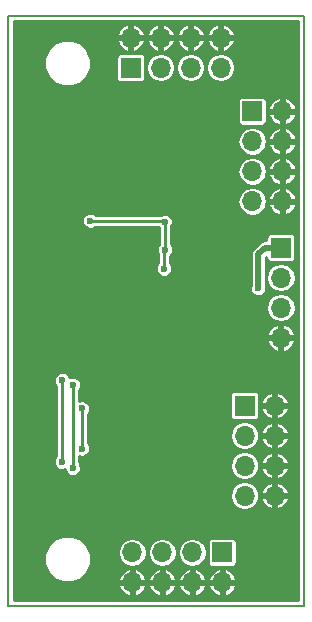
<source format=gbl>
G04 #@! TF.FileFunction,Copper,L2,Bot,Signal*
%FSLAX46Y46*%
G04 Gerber Fmt 4.6, Leading zero omitted, Abs format (unit mm)*
G04 Created by KiCad (PCBNEW 4.0.2-stable) date 6/1/2017 8:35:31 PM*
%MOMM*%
G01*
G04 APERTURE LIST*
%ADD10C,0.100000*%
%ADD11C,0.150000*%
%ADD12R,1.700000X1.700000*%
%ADD13O,1.700000X1.700000*%
%ADD14C,0.600000*%
%ADD15C,0.250000*%
%ADD16C,0.500000*%
G04 APERTURE END LIST*
D10*
D11*
X125000000Y-100000000D02*
X100000000Y-100000000D01*
X125000000Y-150000000D02*
X125000000Y-100000000D01*
X100000000Y-150000000D02*
X125000000Y-150000000D01*
X100000000Y-100000000D02*
X100000000Y-150000000D01*
D12*
X110363000Y-104394000D03*
D13*
X110363000Y-101854000D03*
X112903000Y-104394000D03*
X112903000Y-101854000D03*
X115443000Y-104394000D03*
X115443000Y-101854000D03*
X117983000Y-104394000D03*
X117983000Y-101854000D03*
D12*
X120650000Y-108077000D03*
D13*
X123190000Y-108077000D03*
X120650000Y-110617000D03*
X123190000Y-110617000D03*
X120650000Y-113157000D03*
X123190000Y-113157000D03*
X120650000Y-115697000D03*
X123190000Y-115697000D03*
D12*
X120000000Y-133000000D03*
D13*
X122540000Y-133000000D03*
X120000000Y-135540000D03*
X122540000Y-135540000D03*
X120000000Y-138080000D03*
X122540000Y-138080000D03*
X120000000Y-140620000D03*
X122540000Y-140620000D03*
D12*
X118110000Y-145440400D03*
D13*
X118110000Y-147980400D03*
X115570000Y-145440400D03*
X115570000Y-147980400D03*
X113030000Y-145440400D03*
X113030000Y-147980400D03*
X110490000Y-145440400D03*
X110490000Y-147980400D03*
D12*
X123082000Y-119634000D03*
D13*
X123082000Y-122174000D03*
X123082000Y-124714000D03*
X123082000Y-127254000D03*
D14*
X113260148Y-119827780D03*
X113182400Y-121412000D03*
X113233200Y-117449600D03*
X106934000Y-117348000D03*
X121158000Y-123088400D03*
X113131600Y-122529600D03*
X105765600Y-128059400D03*
X117348000Y-120548400D03*
X117230400Y-117449600D03*
X101498400Y-138226800D03*
X102412800Y-110490000D03*
X118364000Y-123850400D03*
X107199900Y-120243600D03*
X106222800Y-136652000D03*
X106222800Y-133248400D03*
X105460800Y-138277600D03*
X105460800Y-131242400D03*
X104546400Y-137769600D03*
X104546400Y-130860800D03*
D15*
X113233200Y-119800832D02*
X113260148Y-119827780D01*
X113233200Y-117449600D02*
X113233200Y-119800832D01*
X113182400Y-121412000D02*
X113182400Y-119905528D01*
X113182400Y-119905528D02*
X113260148Y-119827780D01*
X113131600Y-117348000D02*
X113233200Y-117449600D01*
X107358264Y-117348000D02*
X113131600Y-117348000D01*
X106934000Y-117348000D02*
X107358264Y-117348000D01*
D16*
X121158000Y-123088400D02*
X121158000Y-120208000D01*
X121158000Y-120208000D02*
X121732000Y-119634000D01*
X121732000Y-119634000D02*
X123082000Y-119634000D01*
D15*
X106222800Y-133248400D02*
X106222800Y-136652000D01*
X105460800Y-131242400D02*
X105460800Y-131666664D01*
X105460800Y-131666664D02*
X105460800Y-138277600D01*
X104546400Y-131285064D02*
X104546400Y-137769600D01*
X104546400Y-130860800D02*
X104546400Y-131285064D01*
G36*
X124550000Y-149481000D02*
X100455000Y-149481000D01*
X100455000Y-148294495D01*
X109305941Y-148294495D01*
X109516271Y-148723706D01*
X109874843Y-149039755D01*
X110175907Y-149164449D01*
X110365000Y-149104723D01*
X110365000Y-148105400D01*
X110615000Y-148105400D01*
X110615000Y-149104723D01*
X110804093Y-149164449D01*
X111105157Y-149039755D01*
X111463729Y-148723706D01*
X111674059Y-148294495D01*
X111845941Y-148294495D01*
X112056271Y-148723706D01*
X112414843Y-149039755D01*
X112715907Y-149164449D01*
X112905000Y-149104723D01*
X112905000Y-148105400D01*
X113155000Y-148105400D01*
X113155000Y-149104723D01*
X113344093Y-149164449D01*
X113645157Y-149039755D01*
X114003729Y-148723706D01*
X114214059Y-148294495D01*
X114385941Y-148294495D01*
X114596271Y-148723706D01*
X114954843Y-149039755D01*
X115255907Y-149164449D01*
X115445000Y-149104723D01*
X115445000Y-148105400D01*
X115695000Y-148105400D01*
X115695000Y-149104723D01*
X115884093Y-149164449D01*
X116185157Y-149039755D01*
X116543729Y-148723706D01*
X116754059Y-148294495D01*
X116925941Y-148294495D01*
X117136271Y-148723706D01*
X117494843Y-149039755D01*
X117795907Y-149164449D01*
X117985000Y-149104723D01*
X117985000Y-148105400D01*
X118235000Y-148105400D01*
X118235000Y-149104723D01*
X118424093Y-149164449D01*
X118725157Y-149039755D01*
X119083729Y-148723706D01*
X119294059Y-148294495D01*
X119234867Y-148105400D01*
X118235000Y-148105400D01*
X117985000Y-148105400D01*
X116985133Y-148105400D01*
X116925941Y-148294495D01*
X116754059Y-148294495D01*
X116694867Y-148105400D01*
X115695000Y-148105400D01*
X115445000Y-148105400D01*
X114445133Y-148105400D01*
X114385941Y-148294495D01*
X114214059Y-148294495D01*
X114154867Y-148105400D01*
X113155000Y-148105400D01*
X112905000Y-148105400D01*
X111905133Y-148105400D01*
X111845941Y-148294495D01*
X111674059Y-148294495D01*
X111614867Y-148105400D01*
X110615000Y-148105400D01*
X110365000Y-148105400D01*
X109365133Y-148105400D01*
X109305941Y-148294495D01*
X100455000Y-148294495D01*
X100455000Y-146391128D01*
X103024657Y-146391128D01*
X103324700Y-147117286D01*
X103879791Y-147673348D01*
X104605425Y-147974657D01*
X105391128Y-147975343D01*
X106117286Y-147675300D01*
X106126296Y-147666305D01*
X109305941Y-147666305D01*
X109365133Y-147855400D01*
X110365000Y-147855400D01*
X110365000Y-146856077D01*
X110615000Y-146856077D01*
X110615000Y-147855400D01*
X111614867Y-147855400D01*
X111674059Y-147666305D01*
X111845941Y-147666305D01*
X111905133Y-147855400D01*
X112905000Y-147855400D01*
X112905000Y-146856077D01*
X113155000Y-146856077D01*
X113155000Y-147855400D01*
X114154867Y-147855400D01*
X114214059Y-147666305D01*
X114385941Y-147666305D01*
X114445133Y-147855400D01*
X115445000Y-147855400D01*
X115445000Y-146856077D01*
X115695000Y-146856077D01*
X115695000Y-147855400D01*
X116694867Y-147855400D01*
X116754059Y-147666305D01*
X116925941Y-147666305D01*
X116985133Y-147855400D01*
X117985000Y-147855400D01*
X117985000Y-146856077D01*
X118235000Y-146856077D01*
X118235000Y-147855400D01*
X119234867Y-147855400D01*
X119294059Y-147666305D01*
X119083729Y-147237094D01*
X118725157Y-146921045D01*
X118424093Y-146796351D01*
X118235000Y-146856077D01*
X117985000Y-146856077D01*
X117795907Y-146796351D01*
X117494843Y-146921045D01*
X117136271Y-147237094D01*
X116925941Y-147666305D01*
X116754059Y-147666305D01*
X116543729Y-147237094D01*
X116185157Y-146921045D01*
X115884093Y-146796351D01*
X115695000Y-146856077D01*
X115445000Y-146856077D01*
X115255907Y-146796351D01*
X114954843Y-146921045D01*
X114596271Y-147237094D01*
X114385941Y-147666305D01*
X114214059Y-147666305D01*
X114003729Y-147237094D01*
X113645157Y-146921045D01*
X113344093Y-146796351D01*
X113155000Y-146856077D01*
X112905000Y-146856077D01*
X112715907Y-146796351D01*
X112414843Y-146921045D01*
X112056271Y-147237094D01*
X111845941Y-147666305D01*
X111674059Y-147666305D01*
X111463729Y-147237094D01*
X111105157Y-146921045D01*
X110804093Y-146796351D01*
X110615000Y-146856077D01*
X110365000Y-146856077D01*
X110175907Y-146796351D01*
X109874843Y-146921045D01*
X109516271Y-147237094D01*
X109305941Y-147666305D01*
X106126296Y-147666305D01*
X106673348Y-147120209D01*
X106974657Y-146394575D01*
X106975343Y-145608872D01*
X106895816Y-145416401D01*
X109265000Y-145416401D01*
X109265000Y-145464399D01*
X109358248Y-145933186D01*
X109623794Y-146330605D01*
X110021213Y-146596151D01*
X110490000Y-146689399D01*
X110958787Y-146596151D01*
X111356206Y-146330605D01*
X111621752Y-145933186D01*
X111715000Y-145464399D01*
X111715000Y-145416401D01*
X111805000Y-145416401D01*
X111805000Y-145464399D01*
X111898248Y-145933186D01*
X112163794Y-146330605D01*
X112561213Y-146596151D01*
X113030000Y-146689399D01*
X113498787Y-146596151D01*
X113896206Y-146330605D01*
X114161752Y-145933186D01*
X114255000Y-145464399D01*
X114255000Y-145416401D01*
X114345000Y-145416401D01*
X114345000Y-145464399D01*
X114438248Y-145933186D01*
X114703794Y-146330605D01*
X115101213Y-146596151D01*
X115570000Y-146689399D01*
X116038787Y-146596151D01*
X116436206Y-146330605D01*
X116701752Y-145933186D01*
X116795000Y-145464399D01*
X116795000Y-145416401D01*
X116701752Y-144947614D01*
X116463071Y-144590400D01*
X116877654Y-144590400D01*
X116877654Y-146290400D01*
X116903802Y-146429366D01*
X116985931Y-146556999D01*
X117111246Y-146642623D01*
X117260000Y-146672746D01*
X118960000Y-146672746D01*
X119098966Y-146646598D01*
X119226599Y-146564469D01*
X119312223Y-146439154D01*
X119342346Y-146290400D01*
X119342346Y-144590400D01*
X119316198Y-144451434D01*
X119234069Y-144323801D01*
X119108754Y-144238177D01*
X118960000Y-144208054D01*
X117260000Y-144208054D01*
X117121034Y-144234202D01*
X116993401Y-144316331D01*
X116907777Y-144441646D01*
X116877654Y-144590400D01*
X116463071Y-144590400D01*
X116436206Y-144550195D01*
X116038787Y-144284649D01*
X115570000Y-144191401D01*
X115101213Y-144284649D01*
X114703794Y-144550195D01*
X114438248Y-144947614D01*
X114345000Y-145416401D01*
X114255000Y-145416401D01*
X114161752Y-144947614D01*
X113896206Y-144550195D01*
X113498787Y-144284649D01*
X113030000Y-144191401D01*
X112561213Y-144284649D01*
X112163794Y-144550195D01*
X111898248Y-144947614D01*
X111805000Y-145416401D01*
X111715000Y-145416401D01*
X111621752Y-144947614D01*
X111356206Y-144550195D01*
X110958787Y-144284649D01*
X110490000Y-144191401D01*
X110021213Y-144284649D01*
X109623794Y-144550195D01*
X109358248Y-144947614D01*
X109265000Y-145416401D01*
X106895816Y-145416401D01*
X106675300Y-144882714D01*
X106120209Y-144326652D01*
X105394575Y-144025343D01*
X104608872Y-144024657D01*
X103882714Y-144324700D01*
X103326652Y-144879791D01*
X103025343Y-145605425D01*
X103024657Y-146391128D01*
X100455000Y-146391128D01*
X100455000Y-140620000D01*
X118751001Y-140620000D01*
X118844249Y-141088787D01*
X119109795Y-141486206D01*
X119507214Y-141751752D01*
X119976001Y-141845000D01*
X120023999Y-141845000D01*
X120492786Y-141751752D01*
X120890205Y-141486206D01*
X121155751Y-141088787D01*
X121186521Y-140934093D01*
X121355951Y-140934093D01*
X121480645Y-141235157D01*
X121796694Y-141593729D01*
X122225905Y-141804059D01*
X122415000Y-141744867D01*
X122415000Y-140745000D01*
X122665000Y-140745000D01*
X122665000Y-141744867D01*
X122854095Y-141804059D01*
X123283306Y-141593729D01*
X123599355Y-141235157D01*
X123724049Y-140934093D01*
X123664323Y-140745000D01*
X122665000Y-140745000D01*
X122415000Y-140745000D01*
X121415677Y-140745000D01*
X121355951Y-140934093D01*
X121186521Y-140934093D01*
X121248999Y-140620000D01*
X121186522Y-140305907D01*
X121355951Y-140305907D01*
X121415677Y-140495000D01*
X122415000Y-140495000D01*
X122415000Y-139495133D01*
X122665000Y-139495133D01*
X122665000Y-140495000D01*
X123664323Y-140495000D01*
X123724049Y-140305907D01*
X123599355Y-140004843D01*
X123283306Y-139646271D01*
X122854095Y-139435941D01*
X122665000Y-139495133D01*
X122415000Y-139495133D01*
X122225905Y-139435941D01*
X121796694Y-139646271D01*
X121480645Y-140004843D01*
X121355951Y-140305907D01*
X121186522Y-140305907D01*
X121155751Y-140151213D01*
X120890205Y-139753794D01*
X120492786Y-139488248D01*
X120023999Y-139395000D01*
X119976001Y-139395000D01*
X119507214Y-139488248D01*
X119109795Y-139753794D01*
X118844249Y-140151213D01*
X118751001Y-140620000D01*
X100455000Y-140620000D01*
X100455000Y-130994477D01*
X103871283Y-130994477D01*
X103973829Y-131242657D01*
X104046400Y-131315355D01*
X104046400Y-137314966D01*
X103974497Y-137386744D01*
X103871517Y-137634745D01*
X103871283Y-137903277D01*
X103973829Y-138151457D01*
X104163544Y-138341503D01*
X104411545Y-138444483D01*
X104680077Y-138444717D01*
X104785692Y-138401078D01*
X104785683Y-138411277D01*
X104888229Y-138659457D01*
X105077944Y-138849503D01*
X105325945Y-138952483D01*
X105594477Y-138952717D01*
X105842657Y-138850171D01*
X106032703Y-138660456D01*
X106135683Y-138412455D01*
X106135917Y-138143923D01*
X106109505Y-138080000D01*
X118751001Y-138080000D01*
X118844249Y-138548787D01*
X119109795Y-138946206D01*
X119507214Y-139211752D01*
X119976001Y-139305000D01*
X120023999Y-139305000D01*
X120492786Y-139211752D01*
X120890205Y-138946206D01*
X121155751Y-138548787D01*
X121186521Y-138394093D01*
X121355951Y-138394093D01*
X121480645Y-138695157D01*
X121796694Y-139053729D01*
X122225905Y-139264059D01*
X122415000Y-139204867D01*
X122415000Y-138205000D01*
X122665000Y-138205000D01*
X122665000Y-139204867D01*
X122854095Y-139264059D01*
X123283306Y-139053729D01*
X123599355Y-138695157D01*
X123724049Y-138394093D01*
X123664323Y-138205000D01*
X122665000Y-138205000D01*
X122415000Y-138205000D01*
X121415677Y-138205000D01*
X121355951Y-138394093D01*
X121186521Y-138394093D01*
X121248999Y-138080000D01*
X121186522Y-137765907D01*
X121355951Y-137765907D01*
X121415677Y-137955000D01*
X122415000Y-137955000D01*
X122415000Y-136955133D01*
X122665000Y-136955133D01*
X122665000Y-137955000D01*
X123664323Y-137955000D01*
X123724049Y-137765907D01*
X123599355Y-137464843D01*
X123283306Y-137106271D01*
X122854095Y-136895941D01*
X122665000Y-136955133D01*
X122415000Y-136955133D01*
X122225905Y-136895941D01*
X121796694Y-137106271D01*
X121480645Y-137464843D01*
X121355951Y-137765907D01*
X121186522Y-137765907D01*
X121155751Y-137611213D01*
X120890205Y-137213794D01*
X120492786Y-136948248D01*
X120023999Y-136855000D01*
X119976001Y-136855000D01*
X119507214Y-136948248D01*
X119109795Y-137213794D01*
X118844249Y-137611213D01*
X118751001Y-138080000D01*
X106109505Y-138080000D01*
X106033371Y-137895743D01*
X105960800Y-137823045D01*
X105960800Y-137274087D01*
X106087945Y-137326883D01*
X106356477Y-137327117D01*
X106604657Y-137224571D01*
X106794703Y-137034856D01*
X106897683Y-136786855D01*
X106897917Y-136518323D01*
X106795371Y-136270143D01*
X106722800Y-136197445D01*
X106722800Y-135540000D01*
X118751001Y-135540000D01*
X118844249Y-136008787D01*
X119109795Y-136406206D01*
X119507214Y-136671752D01*
X119976001Y-136765000D01*
X120023999Y-136765000D01*
X120492786Y-136671752D01*
X120890205Y-136406206D01*
X121155751Y-136008787D01*
X121186521Y-135854093D01*
X121355951Y-135854093D01*
X121480645Y-136155157D01*
X121796694Y-136513729D01*
X122225905Y-136724059D01*
X122415000Y-136664867D01*
X122415000Y-135665000D01*
X122665000Y-135665000D01*
X122665000Y-136664867D01*
X122854095Y-136724059D01*
X123283306Y-136513729D01*
X123599355Y-136155157D01*
X123724049Y-135854093D01*
X123664323Y-135665000D01*
X122665000Y-135665000D01*
X122415000Y-135665000D01*
X121415677Y-135665000D01*
X121355951Y-135854093D01*
X121186521Y-135854093D01*
X121248999Y-135540000D01*
X121186522Y-135225907D01*
X121355951Y-135225907D01*
X121415677Y-135415000D01*
X122415000Y-135415000D01*
X122415000Y-134415133D01*
X122665000Y-134415133D01*
X122665000Y-135415000D01*
X123664323Y-135415000D01*
X123724049Y-135225907D01*
X123599355Y-134924843D01*
X123283306Y-134566271D01*
X122854095Y-134355941D01*
X122665000Y-134415133D01*
X122415000Y-134415133D01*
X122225905Y-134355941D01*
X121796694Y-134566271D01*
X121480645Y-134924843D01*
X121355951Y-135225907D01*
X121186522Y-135225907D01*
X121155751Y-135071213D01*
X120890205Y-134673794D01*
X120492786Y-134408248D01*
X120023999Y-134315000D01*
X119976001Y-134315000D01*
X119507214Y-134408248D01*
X119109795Y-134673794D01*
X118844249Y-135071213D01*
X118751001Y-135540000D01*
X106722800Y-135540000D01*
X106722800Y-133703034D01*
X106794703Y-133631256D01*
X106897683Y-133383255D01*
X106897917Y-133114723D01*
X106795371Y-132866543D01*
X106605656Y-132676497D01*
X106357655Y-132573517D01*
X106089123Y-132573283D01*
X105960800Y-132626305D01*
X105960800Y-132150000D01*
X118767654Y-132150000D01*
X118767654Y-133850000D01*
X118793802Y-133988966D01*
X118875931Y-134116599D01*
X119001246Y-134202223D01*
X119150000Y-134232346D01*
X120850000Y-134232346D01*
X120988966Y-134206198D01*
X121116599Y-134124069D01*
X121202223Y-133998754D01*
X121232346Y-133850000D01*
X121232346Y-133314093D01*
X121355951Y-133314093D01*
X121480645Y-133615157D01*
X121796694Y-133973729D01*
X122225905Y-134184059D01*
X122415000Y-134124867D01*
X122415000Y-133125000D01*
X122665000Y-133125000D01*
X122665000Y-134124867D01*
X122854095Y-134184059D01*
X123283306Y-133973729D01*
X123599355Y-133615157D01*
X123724049Y-133314093D01*
X123664323Y-133125000D01*
X122665000Y-133125000D01*
X122415000Y-133125000D01*
X121415677Y-133125000D01*
X121355951Y-133314093D01*
X121232346Y-133314093D01*
X121232346Y-132685907D01*
X121355951Y-132685907D01*
X121415677Y-132875000D01*
X122415000Y-132875000D01*
X122415000Y-131875133D01*
X122665000Y-131875133D01*
X122665000Y-132875000D01*
X123664323Y-132875000D01*
X123724049Y-132685907D01*
X123599355Y-132384843D01*
X123283306Y-132026271D01*
X122854095Y-131815941D01*
X122665000Y-131875133D01*
X122415000Y-131875133D01*
X122225905Y-131815941D01*
X121796694Y-132026271D01*
X121480645Y-132384843D01*
X121355951Y-132685907D01*
X121232346Y-132685907D01*
X121232346Y-132150000D01*
X121206198Y-132011034D01*
X121124069Y-131883401D01*
X120998754Y-131797777D01*
X120850000Y-131767654D01*
X119150000Y-131767654D01*
X119011034Y-131793802D01*
X118883401Y-131875931D01*
X118797777Y-132001246D01*
X118767654Y-132150000D01*
X105960800Y-132150000D01*
X105960800Y-131697034D01*
X106032703Y-131625256D01*
X106135683Y-131377255D01*
X106135917Y-131108723D01*
X106033371Y-130860543D01*
X105843656Y-130670497D01*
X105595655Y-130567517D01*
X105327123Y-130567283D01*
X105180504Y-130627865D01*
X105118971Y-130478943D01*
X104929256Y-130288897D01*
X104681255Y-130185917D01*
X104412723Y-130185683D01*
X104164543Y-130288229D01*
X103974497Y-130477944D01*
X103871517Y-130725945D01*
X103871283Y-130994477D01*
X100455000Y-130994477D01*
X100455000Y-127568093D01*
X121897951Y-127568093D01*
X122022645Y-127869157D01*
X122338694Y-128227729D01*
X122767905Y-128438059D01*
X122957000Y-128378867D01*
X122957000Y-127379000D01*
X123207000Y-127379000D01*
X123207000Y-128378867D01*
X123396095Y-128438059D01*
X123825306Y-128227729D01*
X124141355Y-127869157D01*
X124266049Y-127568093D01*
X124206323Y-127379000D01*
X123207000Y-127379000D01*
X122957000Y-127379000D01*
X121957677Y-127379000D01*
X121897951Y-127568093D01*
X100455000Y-127568093D01*
X100455000Y-126939907D01*
X121897951Y-126939907D01*
X121957677Y-127129000D01*
X122957000Y-127129000D01*
X122957000Y-126129133D01*
X123207000Y-126129133D01*
X123207000Y-127129000D01*
X124206323Y-127129000D01*
X124266049Y-126939907D01*
X124141355Y-126638843D01*
X123825306Y-126280271D01*
X123396095Y-126069941D01*
X123207000Y-126129133D01*
X122957000Y-126129133D01*
X122767905Y-126069941D01*
X122338694Y-126280271D01*
X122022645Y-126638843D01*
X121897951Y-126939907D01*
X100455000Y-126939907D01*
X100455000Y-124714000D01*
X121833001Y-124714000D01*
X121926249Y-125182787D01*
X122191795Y-125580206D01*
X122589214Y-125845752D01*
X123058001Y-125939000D01*
X123105999Y-125939000D01*
X123574786Y-125845752D01*
X123972205Y-125580206D01*
X124237751Y-125182787D01*
X124330999Y-124714000D01*
X124237751Y-124245213D01*
X123972205Y-123847794D01*
X123574786Y-123582248D01*
X123105999Y-123489000D01*
X123058001Y-123489000D01*
X122589214Y-123582248D01*
X122191795Y-123847794D01*
X121926249Y-124245213D01*
X121833001Y-124714000D01*
X100455000Y-124714000D01*
X100455000Y-123222077D01*
X120482883Y-123222077D01*
X120585429Y-123470257D01*
X120775144Y-123660303D01*
X121023145Y-123763283D01*
X121291677Y-123763517D01*
X121539857Y-123660971D01*
X121729903Y-123471256D01*
X121832883Y-123223255D01*
X121833117Y-122954723D01*
X121783000Y-122833431D01*
X121783000Y-122174000D01*
X121833001Y-122174000D01*
X121926249Y-122642787D01*
X122191795Y-123040206D01*
X122589214Y-123305752D01*
X123058001Y-123399000D01*
X123105999Y-123399000D01*
X123574786Y-123305752D01*
X123972205Y-123040206D01*
X124237751Y-122642787D01*
X124330999Y-122174000D01*
X124237751Y-121705213D01*
X123972205Y-121307794D01*
X123574786Y-121042248D01*
X123105999Y-120949000D01*
X123058001Y-120949000D01*
X122589214Y-121042248D01*
X122191795Y-121307794D01*
X121926249Y-121705213D01*
X121833001Y-122174000D01*
X121783000Y-122174000D01*
X121783000Y-120466884D01*
X121849654Y-120400230D01*
X121849654Y-120484000D01*
X121875802Y-120622966D01*
X121957931Y-120750599D01*
X122083246Y-120836223D01*
X122232000Y-120866346D01*
X123932000Y-120866346D01*
X124070966Y-120840198D01*
X124198599Y-120758069D01*
X124284223Y-120632754D01*
X124314346Y-120484000D01*
X124314346Y-118784000D01*
X124288198Y-118645034D01*
X124206069Y-118517401D01*
X124080754Y-118431777D01*
X123932000Y-118401654D01*
X122232000Y-118401654D01*
X122093034Y-118427802D01*
X121965401Y-118509931D01*
X121879777Y-118635246D01*
X121849654Y-118784000D01*
X121849654Y-119009000D01*
X121732005Y-119009000D01*
X121732000Y-119008999D01*
X121492823Y-119056575D01*
X121290058Y-119192058D01*
X121290056Y-119192061D01*
X120716058Y-119766058D01*
X120580575Y-119968823D01*
X120533000Y-120208000D01*
X120533000Y-122833415D01*
X120483117Y-122953545D01*
X120482883Y-123222077D01*
X100455000Y-123222077D01*
X100455000Y-117481677D01*
X106258883Y-117481677D01*
X106361429Y-117729857D01*
X106551144Y-117919903D01*
X106799145Y-118022883D01*
X107067677Y-118023117D01*
X107315857Y-117920571D01*
X107388555Y-117848000D01*
X112677143Y-117848000D01*
X112733200Y-117904155D01*
X112733200Y-119400047D01*
X112688245Y-119444924D01*
X112585265Y-119692925D01*
X112585031Y-119961457D01*
X112682400Y-120197108D01*
X112682400Y-120957366D01*
X112610497Y-121029144D01*
X112507517Y-121277145D01*
X112507283Y-121545677D01*
X112609829Y-121793857D01*
X112799544Y-121983903D01*
X113047545Y-122086883D01*
X113316077Y-122087117D01*
X113564257Y-121984571D01*
X113754303Y-121794856D01*
X113857283Y-121546855D01*
X113857517Y-121278323D01*
X113754971Y-121030143D01*
X113682400Y-120957445D01*
X113682400Y-120360026D01*
X113832051Y-120210636D01*
X113935031Y-119962635D01*
X113935265Y-119694103D01*
X113832719Y-119445923D01*
X113733200Y-119346230D01*
X113733200Y-117904234D01*
X113805103Y-117832456D01*
X113908083Y-117584455D01*
X113908317Y-117315923D01*
X113805771Y-117067743D01*
X113616056Y-116877697D01*
X113368055Y-116774717D01*
X113099523Y-116774483D01*
X112921598Y-116848000D01*
X107388634Y-116848000D01*
X107316856Y-116776097D01*
X107068855Y-116673117D01*
X106800323Y-116672883D01*
X106552143Y-116775429D01*
X106362097Y-116965144D01*
X106259117Y-117213145D01*
X106258883Y-117481677D01*
X100455000Y-117481677D01*
X100455000Y-115697000D01*
X119401001Y-115697000D01*
X119494249Y-116165787D01*
X119759795Y-116563206D01*
X120157214Y-116828752D01*
X120626001Y-116922000D01*
X120673999Y-116922000D01*
X121142786Y-116828752D01*
X121540205Y-116563206D01*
X121805751Y-116165787D01*
X121836521Y-116011093D01*
X122005951Y-116011093D01*
X122130645Y-116312157D01*
X122446694Y-116670729D01*
X122875905Y-116881059D01*
X123065000Y-116821867D01*
X123065000Y-115822000D01*
X123315000Y-115822000D01*
X123315000Y-116821867D01*
X123504095Y-116881059D01*
X123933306Y-116670729D01*
X124249355Y-116312157D01*
X124374049Y-116011093D01*
X124314323Y-115822000D01*
X123315000Y-115822000D01*
X123065000Y-115822000D01*
X122065677Y-115822000D01*
X122005951Y-116011093D01*
X121836521Y-116011093D01*
X121898999Y-115697000D01*
X121836522Y-115382907D01*
X122005951Y-115382907D01*
X122065677Y-115572000D01*
X123065000Y-115572000D01*
X123065000Y-114572133D01*
X123315000Y-114572133D01*
X123315000Y-115572000D01*
X124314323Y-115572000D01*
X124374049Y-115382907D01*
X124249355Y-115081843D01*
X123933306Y-114723271D01*
X123504095Y-114512941D01*
X123315000Y-114572133D01*
X123065000Y-114572133D01*
X122875905Y-114512941D01*
X122446694Y-114723271D01*
X122130645Y-115081843D01*
X122005951Y-115382907D01*
X121836522Y-115382907D01*
X121805751Y-115228213D01*
X121540205Y-114830794D01*
X121142786Y-114565248D01*
X120673999Y-114472000D01*
X120626001Y-114472000D01*
X120157214Y-114565248D01*
X119759795Y-114830794D01*
X119494249Y-115228213D01*
X119401001Y-115697000D01*
X100455000Y-115697000D01*
X100455000Y-113157000D01*
X119401001Y-113157000D01*
X119494249Y-113625787D01*
X119759795Y-114023206D01*
X120157214Y-114288752D01*
X120626001Y-114382000D01*
X120673999Y-114382000D01*
X121142786Y-114288752D01*
X121540205Y-114023206D01*
X121805751Y-113625787D01*
X121836521Y-113471093D01*
X122005951Y-113471093D01*
X122130645Y-113772157D01*
X122446694Y-114130729D01*
X122875905Y-114341059D01*
X123065000Y-114281867D01*
X123065000Y-113282000D01*
X123315000Y-113282000D01*
X123315000Y-114281867D01*
X123504095Y-114341059D01*
X123933306Y-114130729D01*
X124249355Y-113772157D01*
X124374049Y-113471093D01*
X124314323Y-113282000D01*
X123315000Y-113282000D01*
X123065000Y-113282000D01*
X122065677Y-113282000D01*
X122005951Y-113471093D01*
X121836521Y-113471093D01*
X121898999Y-113157000D01*
X121836522Y-112842907D01*
X122005951Y-112842907D01*
X122065677Y-113032000D01*
X123065000Y-113032000D01*
X123065000Y-112032133D01*
X123315000Y-112032133D01*
X123315000Y-113032000D01*
X124314323Y-113032000D01*
X124374049Y-112842907D01*
X124249355Y-112541843D01*
X123933306Y-112183271D01*
X123504095Y-111972941D01*
X123315000Y-112032133D01*
X123065000Y-112032133D01*
X122875905Y-111972941D01*
X122446694Y-112183271D01*
X122130645Y-112541843D01*
X122005951Y-112842907D01*
X121836522Y-112842907D01*
X121805751Y-112688213D01*
X121540205Y-112290794D01*
X121142786Y-112025248D01*
X120673999Y-111932000D01*
X120626001Y-111932000D01*
X120157214Y-112025248D01*
X119759795Y-112290794D01*
X119494249Y-112688213D01*
X119401001Y-113157000D01*
X100455000Y-113157000D01*
X100455000Y-110617000D01*
X119401001Y-110617000D01*
X119494249Y-111085787D01*
X119759795Y-111483206D01*
X120157214Y-111748752D01*
X120626001Y-111842000D01*
X120673999Y-111842000D01*
X121142786Y-111748752D01*
X121540205Y-111483206D01*
X121805751Y-111085787D01*
X121836521Y-110931093D01*
X122005951Y-110931093D01*
X122130645Y-111232157D01*
X122446694Y-111590729D01*
X122875905Y-111801059D01*
X123065000Y-111741867D01*
X123065000Y-110742000D01*
X123315000Y-110742000D01*
X123315000Y-111741867D01*
X123504095Y-111801059D01*
X123933306Y-111590729D01*
X124249355Y-111232157D01*
X124374049Y-110931093D01*
X124314323Y-110742000D01*
X123315000Y-110742000D01*
X123065000Y-110742000D01*
X122065677Y-110742000D01*
X122005951Y-110931093D01*
X121836521Y-110931093D01*
X121898999Y-110617000D01*
X121836522Y-110302907D01*
X122005951Y-110302907D01*
X122065677Y-110492000D01*
X123065000Y-110492000D01*
X123065000Y-109492133D01*
X123315000Y-109492133D01*
X123315000Y-110492000D01*
X124314323Y-110492000D01*
X124374049Y-110302907D01*
X124249355Y-110001843D01*
X123933306Y-109643271D01*
X123504095Y-109432941D01*
X123315000Y-109492133D01*
X123065000Y-109492133D01*
X122875905Y-109432941D01*
X122446694Y-109643271D01*
X122130645Y-110001843D01*
X122005951Y-110302907D01*
X121836522Y-110302907D01*
X121805751Y-110148213D01*
X121540205Y-109750794D01*
X121142786Y-109485248D01*
X120673999Y-109392000D01*
X120626001Y-109392000D01*
X120157214Y-109485248D01*
X119759795Y-109750794D01*
X119494249Y-110148213D01*
X119401001Y-110617000D01*
X100455000Y-110617000D01*
X100455000Y-107227000D01*
X119417654Y-107227000D01*
X119417654Y-108927000D01*
X119443802Y-109065966D01*
X119525931Y-109193599D01*
X119651246Y-109279223D01*
X119800000Y-109309346D01*
X121500000Y-109309346D01*
X121638966Y-109283198D01*
X121766599Y-109201069D01*
X121852223Y-109075754D01*
X121882346Y-108927000D01*
X121882346Y-108391093D01*
X122005951Y-108391093D01*
X122130645Y-108692157D01*
X122446694Y-109050729D01*
X122875905Y-109261059D01*
X123065000Y-109201867D01*
X123065000Y-108202000D01*
X123315000Y-108202000D01*
X123315000Y-109201867D01*
X123504095Y-109261059D01*
X123933306Y-109050729D01*
X124249355Y-108692157D01*
X124374049Y-108391093D01*
X124314323Y-108202000D01*
X123315000Y-108202000D01*
X123065000Y-108202000D01*
X122065677Y-108202000D01*
X122005951Y-108391093D01*
X121882346Y-108391093D01*
X121882346Y-107762907D01*
X122005951Y-107762907D01*
X122065677Y-107952000D01*
X123065000Y-107952000D01*
X123065000Y-106952133D01*
X123315000Y-106952133D01*
X123315000Y-107952000D01*
X124314323Y-107952000D01*
X124374049Y-107762907D01*
X124249355Y-107461843D01*
X123933306Y-107103271D01*
X123504095Y-106892941D01*
X123315000Y-106952133D01*
X123065000Y-106952133D01*
X122875905Y-106892941D01*
X122446694Y-107103271D01*
X122130645Y-107461843D01*
X122005951Y-107762907D01*
X121882346Y-107762907D01*
X121882346Y-107227000D01*
X121856198Y-107088034D01*
X121774069Y-106960401D01*
X121648754Y-106874777D01*
X121500000Y-106844654D01*
X119800000Y-106844654D01*
X119661034Y-106870802D01*
X119533401Y-106952931D01*
X119447777Y-107078246D01*
X119417654Y-107227000D01*
X100455000Y-107227000D01*
X100455000Y-104391128D01*
X103024657Y-104391128D01*
X103324700Y-105117286D01*
X103879791Y-105673348D01*
X104605425Y-105974657D01*
X105391128Y-105975343D01*
X106117286Y-105675300D01*
X106673348Y-105120209D01*
X106974657Y-104394575D01*
X106975343Y-103608872D01*
X106948539Y-103544000D01*
X109130654Y-103544000D01*
X109130654Y-105244000D01*
X109156802Y-105382966D01*
X109238931Y-105510599D01*
X109364246Y-105596223D01*
X109513000Y-105626346D01*
X111213000Y-105626346D01*
X111351966Y-105600198D01*
X111479599Y-105518069D01*
X111565223Y-105392754D01*
X111595346Y-105244000D01*
X111595346Y-104370001D01*
X111678000Y-104370001D01*
X111678000Y-104417999D01*
X111771248Y-104886786D01*
X112036794Y-105284205D01*
X112434213Y-105549751D01*
X112903000Y-105642999D01*
X113371787Y-105549751D01*
X113769206Y-105284205D01*
X114034752Y-104886786D01*
X114128000Y-104417999D01*
X114128000Y-104370001D01*
X114218000Y-104370001D01*
X114218000Y-104417999D01*
X114311248Y-104886786D01*
X114576794Y-105284205D01*
X114974213Y-105549751D01*
X115443000Y-105642999D01*
X115911787Y-105549751D01*
X116309206Y-105284205D01*
X116574752Y-104886786D01*
X116668000Y-104417999D01*
X116668000Y-104370001D01*
X116758000Y-104370001D01*
X116758000Y-104417999D01*
X116851248Y-104886786D01*
X117116794Y-105284205D01*
X117514213Y-105549751D01*
X117983000Y-105642999D01*
X118451787Y-105549751D01*
X118849206Y-105284205D01*
X119114752Y-104886786D01*
X119208000Y-104417999D01*
X119208000Y-104370001D01*
X119114752Y-103901214D01*
X118849206Y-103503795D01*
X118451787Y-103238249D01*
X117983000Y-103145001D01*
X117514213Y-103238249D01*
X117116794Y-103503795D01*
X116851248Y-103901214D01*
X116758000Y-104370001D01*
X116668000Y-104370001D01*
X116574752Y-103901214D01*
X116309206Y-103503795D01*
X115911787Y-103238249D01*
X115443000Y-103145001D01*
X114974213Y-103238249D01*
X114576794Y-103503795D01*
X114311248Y-103901214D01*
X114218000Y-104370001D01*
X114128000Y-104370001D01*
X114034752Y-103901214D01*
X113769206Y-103503795D01*
X113371787Y-103238249D01*
X112903000Y-103145001D01*
X112434213Y-103238249D01*
X112036794Y-103503795D01*
X111771248Y-103901214D01*
X111678000Y-104370001D01*
X111595346Y-104370001D01*
X111595346Y-103544000D01*
X111569198Y-103405034D01*
X111487069Y-103277401D01*
X111361754Y-103191777D01*
X111213000Y-103161654D01*
X109513000Y-103161654D01*
X109374034Y-103187802D01*
X109246401Y-103269931D01*
X109160777Y-103395246D01*
X109130654Y-103544000D01*
X106948539Y-103544000D01*
X106675300Y-102882714D01*
X106120209Y-102326652D01*
X105738361Y-102168095D01*
X109178941Y-102168095D01*
X109389271Y-102597306D01*
X109747843Y-102913355D01*
X110048907Y-103038049D01*
X110238000Y-102978323D01*
X110238000Y-101979000D01*
X110488000Y-101979000D01*
X110488000Y-102978323D01*
X110677093Y-103038049D01*
X110978157Y-102913355D01*
X111336729Y-102597306D01*
X111547059Y-102168095D01*
X111718941Y-102168095D01*
X111929271Y-102597306D01*
X112287843Y-102913355D01*
X112588907Y-103038049D01*
X112778000Y-102978323D01*
X112778000Y-101979000D01*
X113028000Y-101979000D01*
X113028000Y-102978323D01*
X113217093Y-103038049D01*
X113518157Y-102913355D01*
X113876729Y-102597306D01*
X114087059Y-102168095D01*
X114258941Y-102168095D01*
X114469271Y-102597306D01*
X114827843Y-102913355D01*
X115128907Y-103038049D01*
X115318000Y-102978323D01*
X115318000Y-101979000D01*
X115568000Y-101979000D01*
X115568000Y-102978323D01*
X115757093Y-103038049D01*
X116058157Y-102913355D01*
X116416729Y-102597306D01*
X116627059Y-102168095D01*
X116798941Y-102168095D01*
X117009271Y-102597306D01*
X117367843Y-102913355D01*
X117668907Y-103038049D01*
X117858000Y-102978323D01*
X117858000Y-101979000D01*
X118108000Y-101979000D01*
X118108000Y-102978323D01*
X118297093Y-103038049D01*
X118598157Y-102913355D01*
X118956729Y-102597306D01*
X119167059Y-102168095D01*
X119107867Y-101979000D01*
X118108000Y-101979000D01*
X117858000Y-101979000D01*
X116858133Y-101979000D01*
X116798941Y-102168095D01*
X116627059Y-102168095D01*
X116567867Y-101979000D01*
X115568000Y-101979000D01*
X115318000Y-101979000D01*
X114318133Y-101979000D01*
X114258941Y-102168095D01*
X114087059Y-102168095D01*
X114027867Y-101979000D01*
X113028000Y-101979000D01*
X112778000Y-101979000D01*
X111778133Y-101979000D01*
X111718941Y-102168095D01*
X111547059Y-102168095D01*
X111487867Y-101979000D01*
X110488000Y-101979000D01*
X110238000Y-101979000D01*
X109238133Y-101979000D01*
X109178941Y-102168095D01*
X105738361Y-102168095D01*
X105394575Y-102025343D01*
X104608872Y-102024657D01*
X103882714Y-102324700D01*
X103326652Y-102879791D01*
X103025343Y-103605425D01*
X103024657Y-104391128D01*
X100455000Y-104391128D01*
X100455000Y-101539905D01*
X109178941Y-101539905D01*
X109238133Y-101729000D01*
X110238000Y-101729000D01*
X110238000Y-100729677D01*
X110488000Y-100729677D01*
X110488000Y-101729000D01*
X111487867Y-101729000D01*
X111547059Y-101539905D01*
X111718941Y-101539905D01*
X111778133Y-101729000D01*
X112778000Y-101729000D01*
X112778000Y-100729677D01*
X113028000Y-100729677D01*
X113028000Y-101729000D01*
X114027867Y-101729000D01*
X114087059Y-101539905D01*
X114258941Y-101539905D01*
X114318133Y-101729000D01*
X115318000Y-101729000D01*
X115318000Y-100729677D01*
X115568000Y-100729677D01*
X115568000Y-101729000D01*
X116567867Y-101729000D01*
X116627059Y-101539905D01*
X116798941Y-101539905D01*
X116858133Y-101729000D01*
X117858000Y-101729000D01*
X117858000Y-100729677D01*
X118108000Y-100729677D01*
X118108000Y-101729000D01*
X119107867Y-101729000D01*
X119167059Y-101539905D01*
X118956729Y-101110694D01*
X118598157Y-100794645D01*
X118297093Y-100669951D01*
X118108000Y-100729677D01*
X117858000Y-100729677D01*
X117668907Y-100669951D01*
X117367843Y-100794645D01*
X117009271Y-101110694D01*
X116798941Y-101539905D01*
X116627059Y-101539905D01*
X116416729Y-101110694D01*
X116058157Y-100794645D01*
X115757093Y-100669951D01*
X115568000Y-100729677D01*
X115318000Y-100729677D01*
X115128907Y-100669951D01*
X114827843Y-100794645D01*
X114469271Y-101110694D01*
X114258941Y-101539905D01*
X114087059Y-101539905D01*
X113876729Y-101110694D01*
X113518157Y-100794645D01*
X113217093Y-100669951D01*
X113028000Y-100729677D01*
X112778000Y-100729677D01*
X112588907Y-100669951D01*
X112287843Y-100794645D01*
X111929271Y-101110694D01*
X111718941Y-101539905D01*
X111547059Y-101539905D01*
X111336729Y-101110694D01*
X110978157Y-100794645D01*
X110677093Y-100669951D01*
X110488000Y-100729677D01*
X110238000Y-100729677D01*
X110048907Y-100669951D01*
X109747843Y-100794645D01*
X109389271Y-101110694D01*
X109178941Y-101539905D01*
X100455000Y-101539905D01*
X100455000Y-100455000D01*
X124550000Y-100455000D01*
X124550000Y-149481000D01*
X124550000Y-149481000D01*
G37*
X124550000Y-149481000D02*
X100455000Y-149481000D01*
X100455000Y-148294495D01*
X109305941Y-148294495D01*
X109516271Y-148723706D01*
X109874843Y-149039755D01*
X110175907Y-149164449D01*
X110365000Y-149104723D01*
X110365000Y-148105400D01*
X110615000Y-148105400D01*
X110615000Y-149104723D01*
X110804093Y-149164449D01*
X111105157Y-149039755D01*
X111463729Y-148723706D01*
X111674059Y-148294495D01*
X111845941Y-148294495D01*
X112056271Y-148723706D01*
X112414843Y-149039755D01*
X112715907Y-149164449D01*
X112905000Y-149104723D01*
X112905000Y-148105400D01*
X113155000Y-148105400D01*
X113155000Y-149104723D01*
X113344093Y-149164449D01*
X113645157Y-149039755D01*
X114003729Y-148723706D01*
X114214059Y-148294495D01*
X114385941Y-148294495D01*
X114596271Y-148723706D01*
X114954843Y-149039755D01*
X115255907Y-149164449D01*
X115445000Y-149104723D01*
X115445000Y-148105400D01*
X115695000Y-148105400D01*
X115695000Y-149104723D01*
X115884093Y-149164449D01*
X116185157Y-149039755D01*
X116543729Y-148723706D01*
X116754059Y-148294495D01*
X116925941Y-148294495D01*
X117136271Y-148723706D01*
X117494843Y-149039755D01*
X117795907Y-149164449D01*
X117985000Y-149104723D01*
X117985000Y-148105400D01*
X118235000Y-148105400D01*
X118235000Y-149104723D01*
X118424093Y-149164449D01*
X118725157Y-149039755D01*
X119083729Y-148723706D01*
X119294059Y-148294495D01*
X119234867Y-148105400D01*
X118235000Y-148105400D01*
X117985000Y-148105400D01*
X116985133Y-148105400D01*
X116925941Y-148294495D01*
X116754059Y-148294495D01*
X116694867Y-148105400D01*
X115695000Y-148105400D01*
X115445000Y-148105400D01*
X114445133Y-148105400D01*
X114385941Y-148294495D01*
X114214059Y-148294495D01*
X114154867Y-148105400D01*
X113155000Y-148105400D01*
X112905000Y-148105400D01*
X111905133Y-148105400D01*
X111845941Y-148294495D01*
X111674059Y-148294495D01*
X111614867Y-148105400D01*
X110615000Y-148105400D01*
X110365000Y-148105400D01*
X109365133Y-148105400D01*
X109305941Y-148294495D01*
X100455000Y-148294495D01*
X100455000Y-146391128D01*
X103024657Y-146391128D01*
X103324700Y-147117286D01*
X103879791Y-147673348D01*
X104605425Y-147974657D01*
X105391128Y-147975343D01*
X106117286Y-147675300D01*
X106126296Y-147666305D01*
X109305941Y-147666305D01*
X109365133Y-147855400D01*
X110365000Y-147855400D01*
X110365000Y-146856077D01*
X110615000Y-146856077D01*
X110615000Y-147855400D01*
X111614867Y-147855400D01*
X111674059Y-147666305D01*
X111845941Y-147666305D01*
X111905133Y-147855400D01*
X112905000Y-147855400D01*
X112905000Y-146856077D01*
X113155000Y-146856077D01*
X113155000Y-147855400D01*
X114154867Y-147855400D01*
X114214059Y-147666305D01*
X114385941Y-147666305D01*
X114445133Y-147855400D01*
X115445000Y-147855400D01*
X115445000Y-146856077D01*
X115695000Y-146856077D01*
X115695000Y-147855400D01*
X116694867Y-147855400D01*
X116754059Y-147666305D01*
X116925941Y-147666305D01*
X116985133Y-147855400D01*
X117985000Y-147855400D01*
X117985000Y-146856077D01*
X118235000Y-146856077D01*
X118235000Y-147855400D01*
X119234867Y-147855400D01*
X119294059Y-147666305D01*
X119083729Y-147237094D01*
X118725157Y-146921045D01*
X118424093Y-146796351D01*
X118235000Y-146856077D01*
X117985000Y-146856077D01*
X117795907Y-146796351D01*
X117494843Y-146921045D01*
X117136271Y-147237094D01*
X116925941Y-147666305D01*
X116754059Y-147666305D01*
X116543729Y-147237094D01*
X116185157Y-146921045D01*
X115884093Y-146796351D01*
X115695000Y-146856077D01*
X115445000Y-146856077D01*
X115255907Y-146796351D01*
X114954843Y-146921045D01*
X114596271Y-147237094D01*
X114385941Y-147666305D01*
X114214059Y-147666305D01*
X114003729Y-147237094D01*
X113645157Y-146921045D01*
X113344093Y-146796351D01*
X113155000Y-146856077D01*
X112905000Y-146856077D01*
X112715907Y-146796351D01*
X112414843Y-146921045D01*
X112056271Y-147237094D01*
X111845941Y-147666305D01*
X111674059Y-147666305D01*
X111463729Y-147237094D01*
X111105157Y-146921045D01*
X110804093Y-146796351D01*
X110615000Y-146856077D01*
X110365000Y-146856077D01*
X110175907Y-146796351D01*
X109874843Y-146921045D01*
X109516271Y-147237094D01*
X109305941Y-147666305D01*
X106126296Y-147666305D01*
X106673348Y-147120209D01*
X106974657Y-146394575D01*
X106975343Y-145608872D01*
X106895816Y-145416401D01*
X109265000Y-145416401D01*
X109265000Y-145464399D01*
X109358248Y-145933186D01*
X109623794Y-146330605D01*
X110021213Y-146596151D01*
X110490000Y-146689399D01*
X110958787Y-146596151D01*
X111356206Y-146330605D01*
X111621752Y-145933186D01*
X111715000Y-145464399D01*
X111715000Y-145416401D01*
X111805000Y-145416401D01*
X111805000Y-145464399D01*
X111898248Y-145933186D01*
X112163794Y-146330605D01*
X112561213Y-146596151D01*
X113030000Y-146689399D01*
X113498787Y-146596151D01*
X113896206Y-146330605D01*
X114161752Y-145933186D01*
X114255000Y-145464399D01*
X114255000Y-145416401D01*
X114345000Y-145416401D01*
X114345000Y-145464399D01*
X114438248Y-145933186D01*
X114703794Y-146330605D01*
X115101213Y-146596151D01*
X115570000Y-146689399D01*
X116038787Y-146596151D01*
X116436206Y-146330605D01*
X116701752Y-145933186D01*
X116795000Y-145464399D01*
X116795000Y-145416401D01*
X116701752Y-144947614D01*
X116463071Y-144590400D01*
X116877654Y-144590400D01*
X116877654Y-146290400D01*
X116903802Y-146429366D01*
X116985931Y-146556999D01*
X117111246Y-146642623D01*
X117260000Y-146672746D01*
X118960000Y-146672746D01*
X119098966Y-146646598D01*
X119226599Y-146564469D01*
X119312223Y-146439154D01*
X119342346Y-146290400D01*
X119342346Y-144590400D01*
X119316198Y-144451434D01*
X119234069Y-144323801D01*
X119108754Y-144238177D01*
X118960000Y-144208054D01*
X117260000Y-144208054D01*
X117121034Y-144234202D01*
X116993401Y-144316331D01*
X116907777Y-144441646D01*
X116877654Y-144590400D01*
X116463071Y-144590400D01*
X116436206Y-144550195D01*
X116038787Y-144284649D01*
X115570000Y-144191401D01*
X115101213Y-144284649D01*
X114703794Y-144550195D01*
X114438248Y-144947614D01*
X114345000Y-145416401D01*
X114255000Y-145416401D01*
X114161752Y-144947614D01*
X113896206Y-144550195D01*
X113498787Y-144284649D01*
X113030000Y-144191401D01*
X112561213Y-144284649D01*
X112163794Y-144550195D01*
X111898248Y-144947614D01*
X111805000Y-145416401D01*
X111715000Y-145416401D01*
X111621752Y-144947614D01*
X111356206Y-144550195D01*
X110958787Y-144284649D01*
X110490000Y-144191401D01*
X110021213Y-144284649D01*
X109623794Y-144550195D01*
X109358248Y-144947614D01*
X109265000Y-145416401D01*
X106895816Y-145416401D01*
X106675300Y-144882714D01*
X106120209Y-144326652D01*
X105394575Y-144025343D01*
X104608872Y-144024657D01*
X103882714Y-144324700D01*
X103326652Y-144879791D01*
X103025343Y-145605425D01*
X103024657Y-146391128D01*
X100455000Y-146391128D01*
X100455000Y-140620000D01*
X118751001Y-140620000D01*
X118844249Y-141088787D01*
X119109795Y-141486206D01*
X119507214Y-141751752D01*
X119976001Y-141845000D01*
X120023999Y-141845000D01*
X120492786Y-141751752D01*
X120890205Y-141486206D01*
X121155751Y-141088787D01*
X121186521Y-140934093D01*
X121355951Y-140934093D01*
X121480645Y-141235157D01*
X121796694Y-141593729D01*
X122225905Y-141804059D01*
X122415000Y-141744867D01*
X122415000Y-140745000D01*
X122665000Y-140745000D01*
X122665000Y-141744867D01*
X122854095Y-141804059D01*
X123283306Y-141593729D01*
X123599355Y-141235157D01*
X123724049Y-140934093D01*
X123664323Y-140745000D01*
X122665000Y-140745000D01*
X122415000Y-140745000D01*
X121415677Y-140745000D01*
X121355951Y-140934093D01*
X121186521Y-140934093D01*
X121248999Y-140620000D01*
X121186522Y-140305907D01*
X121355951Y-140305907D01*
X121415677Y-140495000D01*
X122415000Y-140495000D01*
X122415000Y-139495133D01*
X122665000Y-139495133D01*
X122665000Y-140495000D01*
X123664323Y-140495000D01*
X123724049Y-140305907D01*
X123599355Y-140004843D01*
X123283306Y-139646271D01*
X122854095Y-139435941D01*
X122665000Y-139495133D01*
X122415000Y-139495133D01*
X122225905Y-139435941D01*
X121796694Y-139646271D01*
X121480645Y-140004843D01*
X121355951Y-140305907D01*
X121186522Y-140305907D01*
X121155751Y-140151213D01*
X120890205Y-139753794D01*
X120492786Y-139488248D01*
X120023999Y-139395000D01*
X119976001Y-139395000D01*
X119507214Y-139488248D01*
X119109795Y-139753794D01*
X118844249Y-140151213D01*
X118751001Y-140620000D01*
X100455000Y-140620000D01*
X100455000Y-130994477D01*
X103871283Y-130994477D01*
X103973829Y-131242657D01*
X104046400Y-131315355D01*
X104046400Y-137314966D01*
X103974497Y-137386744D01*
X103871517Y-137634745D01*
X103871283Y-137903277D01*
X103973829Y-138151457D01*
X104163544Y-138341503D01*
X104411545Y-138444483D01*
X104680077Y-138444717D01*
X104785692Y-138401078D01*
X104785683Y-138411277D01*
X104888229Y-138659457D01*
X105077944Y-138849503D01*
X105325945Y-138952483D01*
X105594477Y-138952717D01*
X105842657Y-138850171D01*
X106032703Y-138660456D01*
X106135683Y-138412455D01*
X106135917Y-138143923D01*
X106109505Y-138080000D01*
X118751001Y-138080000D01*
X118844249Y-138548787D01*
X119109795Y-138946206D01*
X119507214Y-139211752D01*
X119976001Y-139305000D01*
X120023999Y-139305000D01*
X120492786Y-139211752D01*
X120890205Y-138946206D01*
X121155751Y-138548787D01*
X121186521Y-138394093D01*
X121355951Y-138394093D01*
X121480645Y-138695157D01*
X121796694Y-139053729D01*
X122225905Y-139264059D01*
X122415000Y-139204867D01*
X122415000Y-138205000D01*
X122665000Y-138205000D01*
X122665000Y-139204867D01*
X122854095Y-139264059D01*
X123283306Y-139053729D01*
X123599355Y-138695157D01*
X123724049Y-138394093D01*
X123664323Y-138205000D01*
X122665000Y-138205000D01*
X122415000Y-138205000D01*
X121415677Y-138205000D01*
X121355951Y-138394093D01*
X121186521Y-138394093D01*
X121248999Y-138080000D01*
X121186522Y-137765907D01*
X121355951Y-137765907D01*
X121415677Y-137955000D01*
X122415000Y-137955000D01*
X122415000Y-136955133D01*
X122665000Y-136955133D01*
X122665000Y-137955000D01*
X123664323Y-137955000D01*
X123724049Y-137765907D01*
X123599355Y-137464843D01*
X123283306Y-137106271D01*
X122854095Y-136895941D01*
X122665000Y-136955133D01*
X122415000Y-136955133D01*
X122225905Y-136895941D01*
X121796694Y-137106271D01*
X121480645Y-137464843D01*
X121355951Y-137765907D01*
X121186522Y-137765907D01*
X121155751Y-137611213D01*
X120890205Y-137213794D01*
X120492786Y-136948248D01*
X120023999Y-136855000D01*
X119976001Y-136855000D01*
X119507214Y-136948248D01*
X119109795Y-137213794D01*
X118844249Y-137611213D01*
X118751001Y-138080000D01*
X106109505Y-138080000D01*
X106033371Y-137895743D01*
X105960800Y-137823045D01*
X105960800Y-137274087D01*
X106087945Y-137326883D01*
X106356477Y-137327117D01*
X106604657Y-137224571D01*
X106794703Y-137034856D01*
X106897683Y-136786855D01*
X106897917Y-136518323D01*
X106795371Y-136270143D01*
X106722800Y-136197445D01*
X106722800Y-135540000D01*
X118751001Y-135540000D01*
X118844249Y-136008787D01*
X119109795Y-136406206D01*
X119507214Y-136671752D01*
X119976001Y-136765000D01*
X120023999Y-136765000D01*
X120492786Y-136671752D01*
X120890205Y-136406206D01*
X121155751Y-136008787D01*
X121186521Y-135854093D01*
X121355951Y-135854093D01*
X121480645Y-136155157D01*
X121796694Y-136513729D01*
X122225905Y-136724059D01*
X122415000Y-136664867D01*
X122415000Y-135665000D01*
X122665000Y-135665000D01*
X122665000Y-136664867D01*
X122854095Y-136724059D01*
X123283306Y-136513729D01*
X123599355Y-136155157D01*
X123724049Y-135854093D01*
X123664323Y-135665000D01*
X122665000Y-135665000D01*
X122415000Y-135665000D01*
X121415677Y-135665000D01*
X121355951Y-135854093D01*
X121186521Y-135854093D01*
X121248999Y-135540000D01*
X121186522Y-135225907D01*
X121355951Y-135225907D01*
X121415677Y-135415000D01*
X122415000Y-135415000D01*
X122415000Y-134415133D01*
X122665000Y-134415133D01*
X122665000Y-135415000D01*
X123664323Y-135415000D01*
X123724049Y-135225907D01*
X123599355Y-134924843D01*
X123283306Y-134566271D01*
X122854095Y-134355941D01*
X122665000Y-134415133D01*
X122415000Y-134415133D01*
X122225905Y-134355941D01*
X121796694Y-134566271D01*
X121480645Y-134924843D01*
X121355951Y-135225907D01*
X121186522Y-135225907D01*
X121155751Y-135071213D01*
X120890205Y-134673794D01*
X120492786Y-134408248D01*
X120023999Y-134315000D01*
X119976001Y-134315000D01*
X119507214Y-134408248D01*
X119109795Y-134673794D01*
X118844249Y-135071213D01*
X118751001Y-135540000D01*
X106722800Y-135540000D01*
X106722800Y-133703034D01*
X106794703Y-133631256D01*
X106897683Y-133383255D01*
X106897917Y-133114723D01*
X106795371Y-132866543D01*
X106605656Y-132676497D01*
X106357655Y-132573517D01*
X106089123Y-132573283D01*
X105960800Y-132626305D01*
X105960800Y-132150000D01*
X118767654Y-132150000D01*
X118767654Y-133850000D01*
X118793802Y-133988966D01*
X118875931Y-134116599D01*
X119001246Y-134202223D01*
X119150000Y-134232346D01*
X120850000Y-134232346D01*
X120988966Y-134206198D01*
X121116599Y-134124069D01*
X121202223Y-133998754D01*
X121232346Y-133850000D01*
X121232346Y-133314093D01*
X121355951Y-133314093D01*
X121480645Y-133615157D01*
X121796694Y-133973729D01*
X122225905Y-134184059D01*
X122415000Y-134124867D01*
X122415000Y-133125000D01*
X122665000Y-133125000D01*
X122665000Y-134124867D01*
X122854095Y-134184059D01*
X123283306Y-133973729D01*
X123599355Y-133615157D01*
X123724049Y-133314093D01*
X123664323Y-133125000D01*
X122665000Y-133125000D01*
X122415000Y-133125000D01*
X121415677Y-133125000D01*
X121355951Y-133314093D01*
X121232346Y-133314093D01*
X121232346Y-132685907D01*
X121355951Y-132685907D01*
X121415677Y-132875000D01*
X122415000Y-132875000D01*
X122415000Y-131875133D01*
X122665000Y-131875133D01*
X122665000Y-132875000D01*
X123664323Y-132875000D01*
X123724049Y-132685907D01*
X123599355Y-132384843D01*
X123283306Y-132026271D01*
X122854095Y-131815941D01*
X122665000Y-131875133D01*
X122415000Y-131875133D01*
X122225905Y-131815941D01*
X121796694Y-132026271D01*
X121480645Y-132384843D01*
X121355951Y-132685907D01*
X121232346Y-132685907D01*
X121232346Y-132150000D01*
X121206198Y-132011034D01*
X121124069Y-131883401D01*
X120998754Y-131797777D01*
X120850000Y-131767654D01*
X119150000Y-131767654D01*
X119011034Y-131793802D01*
X118883401Y-131875931D01*
X118797777Y-132001246D01*
X118767654Y-132150000D01*
X105960800Y-132150000D01*
X105960800Y-131697034D01*
X106032703Y-131625256D01*
X106135683Y-131377255D01*
X106135917Y-131108723D01*
X106033371Y-130860543D01*
X105843656Y-130670497D01*
X105595655Y-130567517D01*
X105327123Y-130567283D01*
X105180504Y-130627865D01*
X105118971Y-130478943D01*
X104929256Y-130288897D01*
X104681255Y-130185917D01*
X104412723Y-130185683D01*
X104164543Y-130288229D01*
X103974497Y-130477944D01*
X103871517Y-130725945D01*
X103871283Y-130994477D01*
X100455000Y-130994477D01*
X100455000Y-127568093D01*
X121897951Y-127568093D01*
X122022645Y-127869157D01*
X122338694Y-128227729D01*
X122767905Y-128438059D01*
X122957000Y-128378867D01*
X122957000Y-127379000D01*
X123207000Y-127379000D01*
X123207000Y-128378867D01*
X123396095Y-128438059D01*
X123825306Y-128227729D01*
X124141355Y-127869157D01*
X124266049Y-127568093D01*
X124206323Y-127379000D01*
X123207000Y-127379000D01*
X122957000Y-127379000D01*
X121957677Y-127379000D01*
X121897951Y-127568093D01*
X100455000Y-127568093D01*
X100455000Y-126939907D01*
X121897951Y-126939907D01*
X121957677Y-127129000D01*
X122957000Y-127129000D01*
X122957000Y-126129133D01*
X123207000Y-126129133D01*
X123207000Y-127129000D01*
X124206323Y-127129000D01*
X124266049Y-126939907D01*
X124141355Y-126638843D01*
X123825306Y-126280271D01*
X123396095Y-126069941D01*
X123207000Y-126129133D01*
X122957000Y-126129133D01*
X122767905Y-126069941D01*
X122338694Y-126280271D01*
X122022645Y-126638843D01*
X121897951Y-126939907D01*
X100455000Y-126939907D01*
X100455000Y-124714000D01*
X121833001Y-124714000D01*
X121926249Y-125182787D01*
X122191795Y-125580206D01*
X122589214Y-125845752D01*
X123058001Y-125939000D01*
X123105999Y-125939000D01*
X123574786Y-125845752D01*
X123972205Y-125580206D01*
X124237751Y-125182787D01*
X124330999Y-124714000D01*
X124237751Y-124245213D01*
X123972205Y-123847794D01*
X123574786Y-123582248D01*
X123105999Y-123489000D01*
X123058001Y-123489000D01*
X122589214Y-123582248D01*
X122191795Y-123847794D01*
X121926249Y-124245213D01*
X121833001Y-124714000D01*
X100455000Y-124714000D01*
X100455000Y-123222077D01*
X120482883Y-123222077D01*
X120585429Y-123470257D01*
X120775144Y-123660303D01*
X121023145Y-123763283D01*
X121291677Y-123763517D01*
X121539857Y-123660971D01*
X121729903Y-123471256D01*
X121832883Y-123223255D01*
X121833117Y-122954723D01*
X121783000Y-122833431D01*
X121783000Y-122174000D01*
X121833001Y-122174000D01*
X121926249Y-122642787D01*
X122191795Y-123040206D01*
X122589214Y-123305752D01*
X123058001Y-123399000D01*
X123105999Y-123399000D01*
X123574786Y-123305752D01*
X123972205Y-123040206D01*
X124237751Y-122642787D01*
X124330999Y-122174000D01*
X124237751Y-121705213D01*
X123972205Y-121307794D01*
X123574786Y-121042248D01*
X123105999Y-120949000D01*
X123058001Y-120949000D01*
X122589214Y-121042248D01*
X122191795Y-121307794D01*
X121926249Y-121705213D01*
X121833001Y-122174000D01*
X121783000Y-122174000D01*
X121783000Y-120466884D01*
X121849654Y-120400230D01*
X121849654Y-120484000D01*
X121875802Y-120622966D01*
X121957931Y-120750599D01*
X122083246Y-120836223D01*
X122232000Y-120866346D01*
X123932000Y-120866346D01*
X124070966Y-120840198D01*
X124198599Y-120758069D01*
X124284223Y-120632754D01*
X124314346Y-120484000D01*
X124314346Y-118784000D01*
X124288198Y-118645034D01*
X124206069Y-118517401D01*
X124080754Y-118431777D01*
X123932000Y-118401654D01*
X122232000Y-118401654D01*
X122093034Y-118427802D01*
X121965401Y-118509931D01*
X121879777Y-118635246D01*
X121849654Y-118784000D01*
X121849654Y-119009000D01*
X121732005Y-119009000D01*
X121732000Y-119008999D01*
X121492823Y-119056575D01*
X121290058Y-119192058D01*
X121290056Y-119192061D01*
X120716058Y-119766058D01*
X120580575Y-119968823D01*
X120533000Y-120208000D01*
X120533000Y-122833415D01*
X120483117Y-122953545D01*
X120482883Y-123222077D01*
X100455000Y-123222077D01*
X100455000Y-117481677D01*
X106258883Y-117481677D01*
X106361429Y-117729857D01*
X106551144Y-117919903D01*
X106799145Y-118022883D01*
X107067677Y-118023117D01*
X107315857Y-117920571D01*
X107388555Y-117848000D01*
X112677143Y-117848000D01*
X112733200Y-117904155D01*
X112733200Y-119400047D01*
X112688245Y-119444924D01*
X112585265Y-119692925D01*
X112585031Y-119961457D01*
X112682400Y-120197108D01*
X112682400Y-120957366D01*
X112610497Y-121029144D01*
X112507517Y-121277145D01*
X112507283Y-121545677D01*
X112609829Y-121793857D01*
X112799544Y-121983903D01*
X113047545Y-122086883D01*
X113316077Y-122087117D01*
X113564257Y-121984571D01*
X113754303Y-121794856D01*
X113857283Y-121546855D01*
X113857517Y-121278323D01*
X113754971Y-121030143D01*
X113682400Y-120957445D01*
X113682400Y-120360026D01*
X113832051Y-120210636D01*
X113935031Y-119962635D01*
X113935265Y-119694103D01*
X113832719Y-119445923D01*
X113733200Y-119346230D01*
X113733200Y-117904234D01*
X113805103Y-117832456D01*
X113908083Y-117584455D01*
X113908317Y-117315923D01*
X113805771Y-117067743D01*
X113616056Y-116877697D01*
X113368055Y-116774717D01*
X113099523Y-116774483D01*
X112921598Y-116848000D01*
X107388634Y-116848000D01*
X107316856Y-116776097D01*
X107068855Y-116673117D01*
X106800323Y-116672883D01*
X106552143Y-116775429D01*
X106362097Y-116965144D01*
X106259117Y-117213145D01*
X106258883Y-117481677D01*
X100455000Y-117481677D01*
X100455000Y-115697000D01*
X119401001Y-115697000D01*
X119494249Y-116165787D01*
X119759795Y-116563206D01*
X120157214Y-116828752D01*
X120626001Y-116922000D01*
X120673999Y-116922000D01*
X121142786Y-116828752D01*
X121540205Y-116563206D01*
X121805751Y-116165787D01*
X121836521Y-116011093D01*
X122005951Y-116011093D01*
X122130645Y-116312157D01*
X122446694Y-116670729D01*
X122875905Y-116881059D01*
X123065000Y-116821867D01*
X123065000Y-115822000D01*
X123315000Y-115822000D01*
X123315000Y-116821867D01*
X123504095Y-116881059D01*
X123933306Y-116670729D01*
X124249355Y-116312157D01*
X124374049Y-116011093D01*
X124314323Y-115822000D01*
X123315000Y-115822000D01*
X123065000Y-115822000D01*
X122065677Y-115822000D01*
X122005951Y-116011093D01*
X121836521Y-116011093D01*
X121898999Y-115697000D01*
X121836522Y-115382907D01*
X122005951Y-115382907D01*
X122065677Y-115572000D01*
X123065000Y-115572000D01*
X123065000Y-114572133D01*
X123315000Y-114572133D01*
X123315000Y-115572000D01*
X124314323Y-115572000D01*
X124374049Y-115382907D01*
X124249355Y-115081843D01*
X123933306Y-114723271D01*
X123504095Y-114512941D01*
X123315000Y-114572133D01*
X123065000Y-114572133D01*
X122875905Y-114512941D01*
X122446694Y-114723271D01*
X122130645Y-115081843D01*
X122005951Y-115382907D01*
X121836522Y-115382907D01*
X121805751Y-115228213D01*
X121540205Y-114830794D01*
X121142786Y-114565248D01*
X120673999Y-114472000D01*
X120626001Y-114472000D01*
X120157214Y-114565248D01*
X119759795Y-114830794D01*
X119494249Y-115228213D01*
X119401001Y-115697000D01*
X100455000Y-115697000D01*
X100455000Y-113157000D01*
X119401001Y-113157000D01*
X119494249Y-113625787D01*
X119759795Y-114023206D01*
X120157214Y-114288752D01*
X120626001Y-114382000D01*
X120673999Y-114382000D01*
X121142786Y-114288752D01*
X121540205Y-114023206D01*
X121805751Y-113625787D01*
X121836521Y-113471093D01*
X122005951Y-113471093D01*
X122130645Y-113772157D01*
X122446694Y-114130729D01*
X122875905Y-114341059D01*
X123065000Y-114281867D01*
X123065000Y-113282000D01*
X123315000Y-113282000D01*
X123315000Y-114281867D01*
X123504095Y-114341059D01*
X123933306Y-114130729D01*
X124249355Y-113772157D01*
X124374049Y-113471093D01*
X124314323Y-113282000D01*
X123315000Y-113282000D01*
X123065000Y-113282000D01*
X122065677Y-113282000D01*
X122005951Y-113471093D01*
X121836521Y-113471093D01*
X121898999Y-113157000D01*
X121836522Y-112842907D01*
X122005951Y-112842907D01*
X122065677Y-113032000D01*
X123065000Y-113032000D01*
X123065000Y-112032133D01*
X123315000Y-112032133D01*
X123315000Y-113032000D01*
X124314323Y-113032000D01*
X124374049Y-112842907D01*
X124249355Y-112541843D01*
X123933306Y-112183271D01*
X123504095Y-111972941D01*
X123315000Y-112032133D01*
X123065000Y-112032133D01*
X122875905Y-111972941D01*
X122446694Y-112183271D01*
X122130645Y-112541843D01*
X122005951Y-112842907D01*
X121836522Y-112842907D01*
X121805751Y-112688213D01*
X121540205Y-112290794D01*
X121142786Y-112025248D01*
X120673999Y-111932000D01*
X120626001Y-111932000D01*
X120157214Y-112025248D01*
X119759795Y-112290794D01*
X119494249Y-112688213D01*
X119401001Y-113157000D01*
X100455000Y-113157000D01*
X100455000Y-110617000D01*
X119401001Y-110617000D01*
X119494249Y-111085787D01*
X119759795Y-111483206D01*
X120157214Y-111748752D01*
X120626001Y-111842000D01*
X120673999Y-111842000D01*
X121142786Y-111748752D01*
X121540205Y-111483206D01*
X121805751Y-111085787D01*
X121836521Y-110931093D01*
X122005951Y-110931093D01*
X122130645Y-111232157D01*
X122446694Y-111590729D01*
X122875905Y-111801059D01*
X123065000Y-111741867D01*
X123065000Y-110742000D01*
X123315000Y-110742000D01*
X123315000Y-111741867D01*
X123504095Y-111801059D01*
X123933306Y-111590729D01*
X124249355Y-111232157D01*
X124374049Y-110931093D01*
X124314323Y-110742000D01*
X123315000Y-110742000D01*
X123065000Y-110742000D01*
X122065677Y-110742000D01*
X122005951Y-110931093D01*
X121836521Y-110931093D01*
X121898999Y-110617000D01*
X121836522Y-110302907D01*
X122005951Y-110302907D01*
X122065677Y-110492000D01*
X123065000Y-110492000D01*
X123065000Y-109492133D01*
X123315000Y-109492133D01*
X123315000Y-110492000D01*
X124314323Y-110492000D01*
X124374049Y-110302907D01*
X124249355Y-110001843D01*
X123933306Y-109643271D01*
X123504095Y-109432941D01*
X123315000Y-109492133D01*
X123065000Y-109492133D01*
X122875905Y-109432941D01*
X122446694Y-109643271D01*
X122130645Y-110001843D01*
X122005951Y-110302907D01*
X121836522Y-110302907D01*
X121805751Y-110148213D01*
X121540205Y-109750794D01*
X121142786Y-109485248D01*
X120673999Y-109392000D01*
X120626001Y-109392000D01*
X120157214Y-109485248D01*
X119759795Y-109750794D01*
X119494249Y-110148213D01*
X119401001Y-110617000D01*
X100455000Y-110617000D01*
X100455000Y-107227000D01*
X119417654Y-107227000D01*
X119417654Y-108927000D01*
X119443802Y-109065966D01*
X119525931Y-109193599D01*
X119651246Y-109279223D01*
X119800000Y-109309346D01*
X121500000Y-109309346D01*
X121638966Y-109283198D01*
X121766599Y-109201069D01*
X121852223Y-109075754D01*
X121882346Y-108927000D01*
X121882346Y-108391093D01*
X122005951Y-108391093D01*
X122130645Y-108692157D01*
X122446694Y-109050729D01*
X122875905Y-109261059D01*
X123065000Y-109201867D01*
X123065000Y-108202000D01*
X123315000Y-108202000D01*
X123315000Y-109201867D01*
X123504095Y-109261059D01*
X123933306Y-109050729D01*
X124249355Y-108692157D01*
X124374049Y-108391093D01*
X124314323Y-108202000D01*
X123315000Y-108202000D01*
X123065000Y-108202000D01*
X122065677Y-108202000D01*
X122005951Y-108391093D01*
X121882346Y-108391093D01*
X121882346Y-107762907D01*
X122005951Y-107762907D01*
X122065677Y-107952000D01*
X123065000Y-107952000D01*
X123065000Y-106952133D01*
X123315000Y-106952133D01*
X123315000Y-107952000D01*
X124314323Y-107952000D01*
X124374049Y-107762907D01*
X124249355Y-107461843D01*
X123933306Y-107103271D01*
X123504095Y-106892941D01*
X123315000Y-106952133D01*
X123065000Y-106952133D01*
X122875905Y-106892941D01*
X122446694Y-107103271D01*
X122130645Y-107461843D01*
X122005951Y-107762907D01*
X121882346Y-107762907D01*
X121882346Y-107227000D01*
X121856198Y-107088034D01*
X121774069Y-106960401D01*
X121648754Y-106874777D01*
X121500000Y-106844654D01*
X119800000Y-106844654D01*
X119661034Y-106870802D01*
X119533401Y-106952931D01*
X119447777Y-107078246D01*
X119417654Y-107227000D01*
X100455000Y-107227000D01*
X100455000Y-104391128D01*
X103024657Y-104391128D01*
X103324700Y-105117286D01*
X103879791Y-105673348D01*
X104605425Y-105974657D01*
X105391128Y-105975343D01*
X106117286Y-105675300D01*
X106673348Y-105120209D01*
X106974657Y-104394575D01*
X106975343Y-103608872D01*
X106948539Y-103544000D01*
X109130654Y-103544000D01*
X109130654Y-105244000D01*
X109156802Y-105382966D01*
X109238931Y-105510599D01*
X109364246Y-105596223D01*
X109513000Y-105626346D01*
X111213000Y-105626346D01*
X111351966Y-105600198D01*
X111479599Y-105518069D01*
X111565223Y-105392754D01*
X111595346Y-105244000D01*
X111595346Y-104370001D01*
X111678000Y-104370001D01*
X111678000Y-104417999D01*
X111771248Y-104886786D01*
X112036794Y-105284205D01*
X112434213Y-105549751D01*
X112903000Y-105642999D01*
X113371787Y-105549751D01*
X113769206Y-105284205D01*
X114034752Y-104886786D01*
X114128000Y-104417999D01*
X114128000Y-104370001D01*
X114218000Y-104370001D01*
X114218000Y-104417999D01*
X114311248Y-104886786D01*
X114576794Y-105284205D01*
X114974213Y-105549751D01*
X115443000Y-105642999D01*
X115911787Y-105549751D01*
X116309206Y-105284205D01*
X116574752Y-104886786D01*
X116668000Y-104417999D01*
X116668000Y-104370001D01*
X116758000Y-104370001D01*
X116758000Y-104417999D01*
X116851248Y-104886786D01*
X117116794Y-105284205D01*
X117514213Y-105549751D01*
X117983000Y-105642999D01*
X118451787Y-105549751D01*
X118849206Y-105284205D01*
X119114752Y-104886786D01*
X119208000Y-104417999D01*
X119208000Y-104370001D01*
X119114752Y-103901214D01*
X118849206Y-103503795D01*
X118451787Y-103238249D01*
X117983000Y-103145001D01*
X117514213Y-103238249D01*
X117116794Y-103503795D01*
X116851248Y-103901214D01*
X116758000Y-104370001D01*
X116668000Y-104370001D01*
X116574752Y-103901214D01*
X116309206Y-103503795D01*
X115911787Y-103238249D01*
X115443000Y-103145001D01*
X114974213Y-103238249D01*
X114576794Y-103503795D01*
X114311248Y-103901214D01*
X114218000Y-104370001D01*
X114128000Y-104370001D01*
X114034752Y-103901214D01*
X113769206Y-103503795D01*
X113371787Y-103238249D01*
X112903000Y-103145001D01*
X112434213Y-103238249D01*
X112036794Y-103503795D01*
X111771248Y-103901214D01*
X111678000Y-104370001D01*
X111595346Y-104370001D01*
X111595346Y-103544000D01*
X111569198Y-103405034D01*
X111487069Y-103277401D01*
X111361754Y-103191777D01*
X111213000Y-103161654D01*
X109513000Y-103161654D01*
X109374034Y-103187802D01*
X109246401Y-103269931D01*
X109160777Y-103395246D01*
X109130654Y-103544000D01*
X106948539Y-103544000D01*
X106675300Y-102882714D01*
X106120209Y-102326652D01*
X105738361Y-102168095D01*
X109178941Y-102168095D01*
X109389271Y-102597306D01*
X109747843Y-102913355D01*
X110048907Y-103038049D01*
X110238000Y-102978323D01*
X110238000Y-101979000D01*
X110488000Y-101979000D01*
X110488000Y-102978323D01*
X110677093Y-103038049D01*
X110978157Y-102913355D01*
X111336729Y-102597306D01*
X111547059Y-102168095D01*
X111718941Y-102168095D01*
X111929271Y-102597306D01*
X112287843Y-102913355D01*
X112588907Y-103038049D01*
X112778000Y-102978323D01*
X112778000Y-101979000D01*
X113028000Y-101979000D01*
X113028000Y-102978323D01*
X113217093Y-103038049D01*
X113518157Y-102913355D01*
X113876729Y-102597306D01*
X114087059Y-102168095D01*
X114258941Y-102168095D01*
X114469271Y-102597306D01*
X114827843Y-102913355D01*
X115128907Y-103038049D01*
X115318000Y-102978323D01*
X115318000Y-101979000D01*
X115568000Y-101979000D01*
X115568000Y-102978323D01*
X115757093Y-103038049D01*
X116058157Y-102913355D01*
X116416729Y-102597306D01*
X116627059Y-102168095D01*
X116798941Y-102168095D01*
X117009271Y-102597306D01*
X117367843Y-102913355D01*
X117668907Y-103038049D01*
X117858000Y-102978323D01*
X117858000Y-101979000D01*
X118108000Y-101979000D01*
X118108000Y-102978323D01*
X118297093Y-103038049D01*
X118598157Y-102913355D01*
X118956729Y-102597306D01*
X119167059Y-102168095D01*
X119107867Y-101979000D01*
X118108000Y-101979000D01*
X117858000Y-101979000D01*
X116858133Y-101979000D01*
X116798941Y-102168095D01*
X116627059Y-102168095D01*
X116567867Y-101979000D01*
X115568000Y-101979000D01*
X115318000Y-101979000D01*
X114318133Y-101979000D01*
X114258941Y-102168095D01*
X114087059Y-102168095D01*
X114027867Y-101979000D01*
X113028000Y-101979000D01*
X112778000Y-101979000D01*
X111778133Y-101979000D01*
X111718941Y-102168095D01*
X111547059Y-102168095D01*
X111487867Y-101979000D01*
X110488000Y-101979000D01*
X110238000Y-101979000D01*
X109238133Y-101979000D01*
X109178941Y-102168095D01*
X105738361Y-102168095D01*
X105394575Y-102025343D01*
X104608872Y-102024657D01*
X103882714Y-102324700D01*
X103326652Y-102879791D01*
X103025343Y-103605425D01*
X103024657Y-104391128D01*
X100455000Y-104391128D01*
X100455000Y-101539905D01*
X109178941Y-101539905D01*
X109238133Y-101729000D01*
X110238000Y-101729000D01*
X110238000Y-100729677D01*
X110488000Y-100729677D01*
X110488000Y-101729000D01*
X111487867Y-101729000D01*
X111547059Y-101539905D01*
X111718941Y-101539905D01*
X111778133Y-101729000D01*
X112778000Y-101729000D01*
X112778000Y-100729677D01*
X113028000Y-100729677D01*
X113028000Y-101729000D01*
X114027867Y-101729000D01*
X114087059Y-101539905D01*
X114258941Y-101539905D01*
X114318133Y-101729000D01*
X115318000Y-101729000D01*
X115318000Y-100729677D01*
X115568000Y-100729677D01*
X115568000Y-101729000D01*
X116567867Y-101729000D01*
X116627059Y-101539905D01*
X116798941Y-101539905D01*
X116858133Y-101729000D01*
X117858000Y-101729000D01*
X117858000Y-100729677D01*
X118108000Y-100729677D01*
X118108000Y-101729000D01*
X119107867Y-101729000D01*
X119167059Y-101539905D01*
X118956729Y-101110694D01*
X118598157Y-100794645D01*
X118297093Y-100669951D01*
X118108000Y-100729677D01*
X117858000Y-100729677D01*
X117668907Y-100669951D01*
X117367843Y-100794645D01*
X117009271Y-101110694D01*
X116798941Y-101539905D01*
X116627059Y-101539905D01*
X116416729Y-101110694D01*
X116058157Y-100794645D01*
X115757093Y-100669951D01*
X115568000Y-100729677D01*
X115318000Y-100729677D01*
X115128907Y-100669951D01*
X114827843Y-100794645D01*
X114469271Y-101110694D01*
X114258941Y-101539905D01*
X114087059Y-101539905D01*
X113876729Y-101110694D01*
X113518157Y-100794645D01*
X113217093Y-100669951D01*
X113028000Y-100729677D01*
X112778000Y-100729677D01*
X112588907Y-100669951D01*
X112287843Y-100794645D01*
X111929271Y-101110694D01*
X111718941Y-101539905D01*
X111547059Y-101539905D01*
X111336729Y-101110694D01*
X110978157Y-100794645D01*
X110677093Y-100669951D01*
X110488000Y-100729677D01*
X110238000Y-100729677D01*
X110048907Y-100669951D01*
X109747843Y-100794645D01*
X109389271Y-101110694D01*
X109178941Y-101539905D01*
X100455000Y-101539905D01*
X100455000Y-100455000D01*
X124550000Y-100455000D01*
X124550000Y-149481000D01*
M02*

</source>
